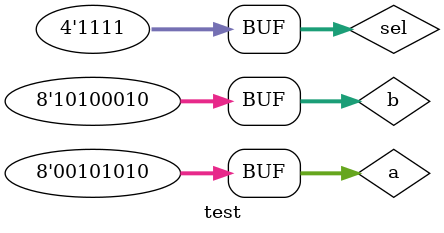
<source format=v>
module test;
  reg [0:7]a, b;
  reg [0:3]sel;
  wire carry;
  wire [0:7]out;
  
  alu a1(a, b, sel, carry, out);
  initial begin
    a = 8'h2A;
    b = 8'hA2;
    sel = 4'h0; #100
    sel = 4'h1; #100
    sel = 4'h2; #100
    sel = 4'h3; #100
    sel = 4'h4; #100
    sel = 4'h5; #100
    sel = 4'h6; #100
    sel = 4'h7; #100
    sel = 4'h8; #100
    sel = 4'h9; #100
    sel = 4'hA; #100
    sel = 4'hB; #100
    sel = 4'hC; #100
    sel = 4'hD; #100
    sel = 4'hE; #100
    sel = 4'hF;
  end
 
  initial begin
    $dumpfile("dump.vcd");
    $dumpvars(1);
  end
endmodule
</source>
